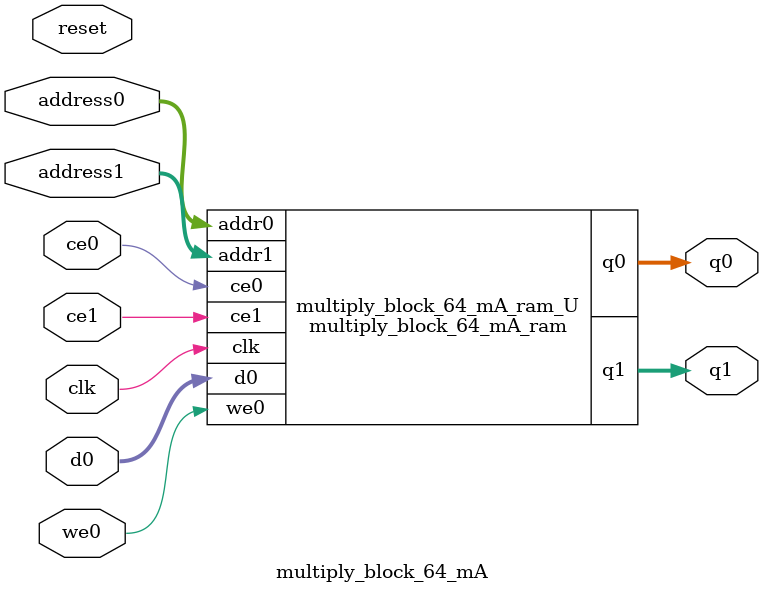
<source format=v>
`timescale 1 ns / 1 ps
module multiply_block_64_mA_ram (addr0, ce0, d0, we0, q0, addr1, ce1, q1,  clk);

parameter DWIDTH = 32;
parameter AWIDTH = 12;
parameter MEM_SIZE = 4096;

input[AWIDTH-1:0] addr0;
input ce0;
input[DWIDTH-1:0] d0;
input we0;
output reg[DWIDTH-1:0] q0;
input[AWIDTH-1:0] addr1;
input ce1;
output reg[DWIDTH-1:0] q1;
input clk;

(* ram_style = "block" *)reg [DWIDTH-1:0] ram[0:MEM_SIZE-1];




always @(posedge clk)  
begin 
    if (ce0) 
    begin
        if (we0) 
        begin 
            ram[addr0] <= d0; 
        end 
        q0 <= ram[addr0];
    end
end


always @(posedge clk)  
begin 
    if (ce1) 
    begin
        q1 <= ram[addr1];
    end
end


endmodule

`timescale 1 ns / 1 ps
module multiply_block_64_mA(
    reset,
    clk,
    address0,
    ce0,
    we0,
    d0,
    q0,
    address1,
    ce1,
    q1);

parameter DataWidth = 32'd32;
parameter AddressRange = 32'd4096;
parameter AddressWidth = 32'd12;
input reset;
input clk;
input[AddressWidth - 1:0] address0;
input ce0;
input we0;
input[DataWidth - 1:0] d0;
output[DataWidth - 1:0] q0;
input[AddressWidth - 1:0] address1;
input ce1;
output[DataWidth - 1:0] q1;



multiply_block_64_mA_ram multiply_block_64_mA_ram_U(
    .clk( clk ),
    .addr0( address0 ),
    .ce0( ce0 ),
    .we0( we0 ),
    .d0( d0 ),
    .q0( q0 ),
    .addr1( address1 ),
    .ce1( ce1 ),
    .q1( q1 ));

endmodule


</source>
